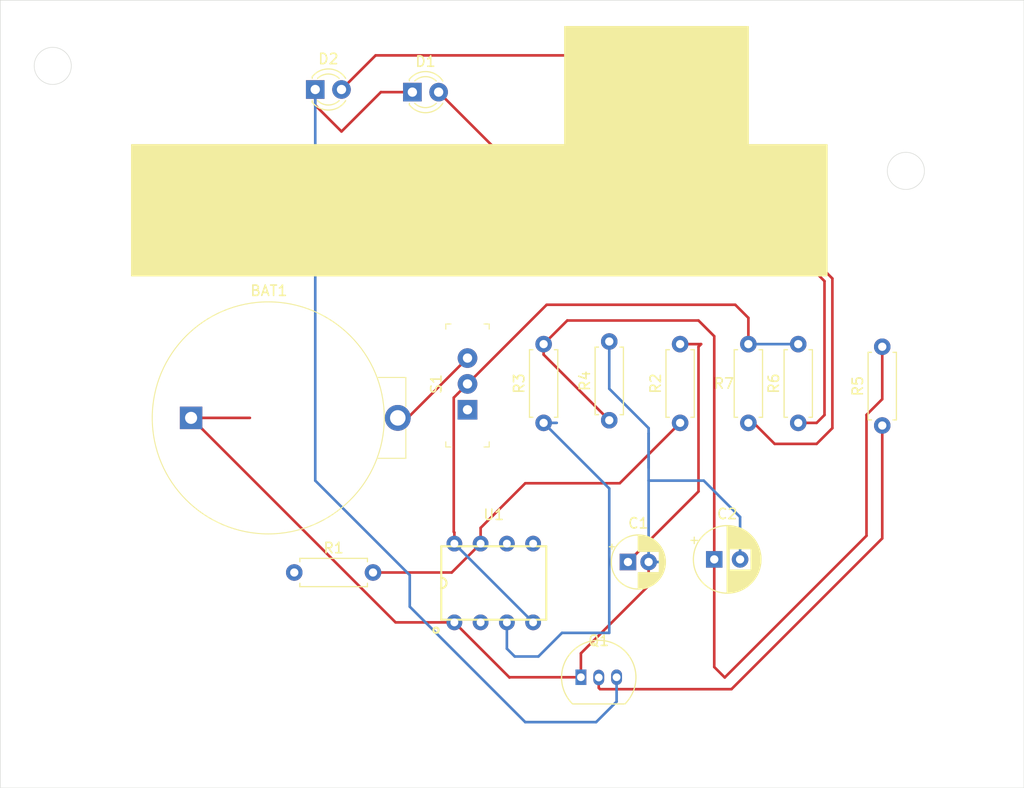
<source format=kicad_pcb>
(kicad_pcb (version 20171130) (host pcbnew 5.1.4+dfsg1-1)

  (general
    (thickness 1.6)
    (drawings 9)
    (tracks 94)
    (zones 0)
    (modules 15)
    (nets 17)
  )

  (page A4)
  (title_block
    (title "555 Badge")
    (date 2019-08-20)
    (rev v01)
    (company "Team Of Programmers, LLC.")
    (comment 2 creativecommons.org/licenses/by/4.0)
    (comment 3 "License: CC BY 4.0")
    (comment 4 "Author: Devon Dieffenbach (ShiftyBit)")
  )

  (layers
    (0 F.Cu signal)
    (31 B.Cu signal)
    (32 B.Adhes user hide)
    (33 F.Adhes user hide)
    (34 B.Paste user hide)
    (35 F.Paste user hide)
    (36 B.SilkS user hide)
    (37 F.SilkS user hide)
    (38 B.Mask user hide)
    (39 F.Mask user hide)
    (40 Dwgs.User user hide)
    (41 Cmts.User user hide)
    (42 Eco1.User user hide)
    (43 Eco2.User user hide)
    (44 Edge.Cuts user)
    (45 Margin user hide)
    (46 B.CrtYd user hide)
    (47 F.CrtYd user hide)
    (48 B.Fab user hide)
    (49 F.Fab user hide)
  )

  (setup
    (last_trace_width 0.254)
    (trace_clearance 0.254)
    (zone_clearance 0.508)
    (zone_45_only no)
    (trace_min 0.2)
    (via_size 0.762)
    (via_drill 0.381)
    (via_min_size 0.6858)
    (via_min_drill 0.3302)
    (uvia_size 0.6858)
    (uvia_drill 0.3302)
    (uvias_allowed no)
    (uvia_min_size 0.6858)
    (uvia_min_drill 0.3302)
    (edge_width 0.05)
    (segment_width 0.2)
    (pcb_text_width 0.3)
    (pcb_text_size 1.5 1.5)
    (mod_edge_width 0.12)
    (mod_text_size 1 1)
    (mod_text_width 0.15)
    (pad_size 1.524 1.524)
    (pad_drill 0.762)
    (pad_to_mask_clearance 0.051)
    (solder_mask_min_width 0.25)
    (aux_axis_origin 0 0)
    (visible_elements FFFFFF7F)
    (pcbplotparams
      (layerselection 0x010f0_ffffffff)
      (usegerberextensions true)
      (usegerberattributes false)
      (usegerberadvancedattributes false)
      (creategerberjobfile false)
      (excludeedgelayer true)
      (linewidth 0.100000)
      (plotframeref false)
      (viasonmask false)
      (mode 1)
      (useauxorigin false)
      (hpglpennumber 1)
      (hpglpenspeed 20)
      (hpglpendiameter 15.000000)
      (psnegative false)
      (psa4output false)
      (plotreference true)
      (plotvalue true)
      (plotinvisibletext false)
      (padsonsilk false)
      (subtractmaskfromsilk false)
      (outputformat 1)
      (mirror false)
      (drillshape 0)
      (scaleselection 1)
      (outputdirectory "drills"))
  )

  (net 0 "")
  (net 1 GND)
  (net 2 "Net-(BAT1-PadPos)")
  (net 3 "Net-(C1-Pad1)")
  (net 4 "Net-(C2-Pad1)")
  (net 5 "Net-(D1-Pad1)")
  (net 6 "Net-(D1-Pad2)")
  (net 7 "Net-(D2-Pad2)")
  (net 8 "Net-(Q1-Pad2)")
  (net 9 "Net-(R1-Pad1)")
  (net 10 "Net-(R1-Pad2)")
  (net 11 "Net-(R3-Pad1)")
  (net 12 VCC)
  (net 13 "Net-(S1-Pad1)")
  (net 14 "Net-(U1-Pad2)")
  (net 15 "Net-(U1-Pad5)")
  (net 16 "Net-(U1-Pad6)")

  (net_class Default "This is the default net class."
    (clearance 0.254)
    (trace_width 0.254)
    (via_dia 0.762)
    (via_drill 0.381)
    (uvia_dia 0.6858)
    (uvia_drill 0.3302)
    (add_net GND)
    (add_net "Net-(BAT1-PadPos)")
    (add_net "Net-(C1-Pad1)")
    (add_net "Net-(C2-Pad1)")
    (add_net "Net-(D1-Pad1)")
    (add_net "Net-(D1-Pad2)")
    (add_net "Net-(D2-Pad2)")
    (add_net "Net-(Q1-Pad2)")
    (add_net "Net-(R1-Pad1)")
    (add_net "Net-(R1-Pad2)")
    (add_net "Net-(R3-Pad1)")
    (add_net "Net-(S1-Pad1)")
    (add_net "Net-(U1-Pad2)")
    (add_net "Net-(U1-Pad5)")
    (add_net "Net-(U1-Pad6)")
    (add_net VCC)
  )

  (module hello_world:TO-92_Inline_fixed (layer F.Cu) (tedit 5D67E6E2) (tstamp 5D5CB998)
    (at 168.402 130.302)
    (descr "TO-92 leads in-line, narrow, oval pads, drill 0.75mm (see NXP sot054_po.pdf)")
    (tags "to-92 sc-43 sc-43a sot54 PA33 transistor")
    (path /5D5A4575)
    (fp_text reference Q1 (at 1.27 -3.56) (layer F.SilkS)
      (effects (font (size 1 1) (thickness 0.15)))
    )
    (fp_text value 2N3904 (at 1.27 2.79) (layer F.Fab)
      (effects (font (size 1 1) (thickness 0.15)))
    )
    (fp_text user %R (at 1.27 -3.56) (layer F.Fab)
      (effects (font (size 1 1) (thickness 0.15)))
    )
    (fp_line (start -1.24 2.56) (end 3.8 2.56) (layer F.SilkS) (width 0.12))
    (fp_line (start -1.19 2.46) (end 3.7 2.46) (layer F.Fab) (width 0.1))
    (fp_line (start -1.46 -2.73) (end 4 -2.73) (layer F.CrtYd) (width 0.05))
    (fp_line (start -1.46 -2.73) (end -1.46 2.01) (layer F.CrtYd) (width 0.05))
    (fp_line (start 4 2.01) (end 4 -2.73) (layer F.CrtYd) (width 0.05))
    (fp_line (start 4 2.01) (end -1.46 2.01) (layer F.CrtYd) (width 0.05))
    (fp_arc (start 1.27 0) (end 1.27 -3.48) (angle 135) (layer F.Fab) (width 0.1))
    (fp_arc (start 1.27 0) (end 1.27 -3.6) (angle -135) (layer F.SilkS) (width 0.12))
    (fp_arc (start 1.27 0) (end 1.27 -3.48) (angle -135) (layer F.Fab) (width 0.1))
    (fp_arc (start 1.27 0) (end 1.27 -3.6) (angle 135) (layer F.SilkS) (width 0.12))
    (pad 2 thru_hole oval (at 1.27 0) (size 1.05 1.5) (drill 0.75) (layers *.Cu *.Mask)
      (net 8 "Net-(Q1-Pad2)"))
    (pad 3 thru_hole oval (at 2.9972 -0.0254) (size 1.05 1.5) (drill 0.75) (layers *.Cu *.Mask)
      (net 5 "Net-(D1-Pad1)"))
    (pad 1 thru_hole rect (at -0.4572 -0.0254) (size 1.05 1.5) (drill 0.75) (layers *.Cu *.Mask)
      (net 1 GND))
    (model ${KISYS3DMOD}/Package_TO_SOT_THT.3dshapes/TO-92_Inline.wrl
      (at (xyz 0 0 0))
      (scale (xyz 1 1 1))
      (rotate (xyz 0 0 0))
    )
  )

  (module digikey-footprints:Battery_Holder_Coin_2032_BS-7 (layer F.Cu) (tedit 5ACD0859) (tstamp 5D5CA8BF)
    (at 130.225401 105.181001)
    (descr http://www.memoryprotectiondevices.com/datasheets/BS-7-datasheet.pdf)
    (path /5D5A9651)
    (fp_text reference BAT1 (at 7.52856 -12.3063) (layer F.SilkS)
      (effects (font (size 1 1) (thickness 0.15)))
    )
    (fp_text value BS-7 (at 7.4676 13.56) (layer F.Fab)
      (effects (font (size 1 1) (thickness 0.15)))
    )
    (fp_circle (center 7.4676 0) (end -3.7084 0) (layer F.Fab) (width 0.1))
    (fp_circle (center 7.4676 0) (end -3.7592 0) (layer F.SilkS) (width 0.1))
    (fp_text user %R (at 7.4676 0) (layer F.Fab)
      (effects (font (size 1 1) (thickness 0.15)))
    )
    (fp_line (start 17.9832 -3.81) (end 20.6756 -3.81) (layer F.Fab) (width 0.1))
    (fp_line (start 17.9832 3.81) (end 20.6756 3.81) (layer F.Fab) (width 0.1))
    (fp_line (start 20.6756 -3.81) (end 20.6756 3.81) (layer F.Fab) (width 0.1))
    (fp_line (start 18.034 -3.9116) (end 20.7772 -3.9116) (layer F.SilkS) (width 0.1))
    (fp_line (start 18.034 3.9116) (end 20.7772 3.9116) (layer F.SilkS) (width 0.1))
    (fp_line (start 20.7772 -3.9116) (end 20.7772 -1.0668) (layer F.SilkS) (width 0.1))
    (fp_line (start 20.7772 3.9116) (end 20.7772 1.0668) (layer F.SilkS) (width 0.1))
    (fp_line (start -3.9624 -11.43) (end -3.9624 11.43) (layer F.CrtYd) (width 0.05))
    (fp_line (start 21.5138 -11.43) (end 21.5138 11.43) (layer F.CrtYd) (width 0.05))
    (fp_line (start -3.9624 -11.43) (end 21.5138 -11.43) (layer F.CrtYd) (width 0.05))
    (fp_line (start -3.9624 11.43) (end 21.5138 11.43) (layer F.CrtYd) (width 0.05))
    (pad Pos thru_hole circle (at 20 0) (size 2.5 2.5) (drill 1.5) (layers *.Cu *.Mask)
      (net 2 "Net-(BAT1-PadPos)"))
    (pad Neg thru_hole rect (at 0 0) (size 2.17 2.17) (drill 1.17) (layers *.Cu *.Mask)
      (net 1 GND))
  )

  (module Capacitor_THT:CP_Radial_D5.0mm_P2.00mm (layer F.Cu) (tedit 5AE50EF0) (tstamp 5D5CA942)
    (at 172.498 119.126)
    (descr "CP, Radial series, Radial, pin pitch=2.00mm, , diameter=5mm, Electrolytic Capacitor")
    (tags "CP Radial series Radial pin pitch 2.00mm  diameter 5mm Electrolytic Capacitor")
    (path /5D59EEA1)
    (fp_text reference C1 (at 1 -3.75) (layer F.SilkS)
      (effects (font (size 1 1) (thickness 0.15)))
    )
    (fp_text value 10uF (at 1 3.75) (layer F.Fab)
      (effects (font (size 1 1) (thickness 0.15)))
    )
    (fp_text user %R (at 1 0) (layer F.Fab)
      (effects (font (size 1 1) (thickness 0.15)))
    )
    (fp_line (start -1.554775 -1.725) (end -1.554775 -1.225) (layer F.SilkS) (width 0.12))
    (fp_line (start -1.804775 -1.475) (end -1.304775 -1.475) (layer F.SilkS) (width 0.12))
    (fp_line (start 3.601 -0.284) (end 3.601 0.284) (layer F.SilkS) (width 0.12))
    (fp_line (start 3.561 -0.518) (end 3.561 0.518) (layer F.SilkS) (width 0.12))
    (fp_line (start 3.521 -0.677) (end 3.521 0.677) (layer F.SilkS) (width 0.12))
    (fp_line (start 3.481 -0.805) (end 3.481 0.805) (layer F.SilkS) (width 0.12))
    (fp_line (start 3.441 -0.915) (end 3.441 0.915) (layer F.SilkS) (width 0.12))
    (fp_line (start 3.401 -1.011) (end 3.401 1.011) (layer F.SilkS) (width 0.12))
    (fp_line (start 3.361 -1.098) (end 3.361 1.098) (layer F.SilkS) (width 0.12))
    (fp_line (start 3.321 -1.178) (end 3.321 1.178) (layer F.SilkS) (width 0.12))
    (fp_line (start 3.281 -1.251) (end 3.281 1.251) (layer F.SilkS) (width 0.12))
    (fp_line (start 3.241 -1.319) (end 3.241 1.319) (layer F.SilkS) (width 0.12))
    (fp_line (start 3.201 -1.383) (end 3.201 1.383) (layer F.SilkS) (width 0.12))
    (fp_line (start 3.161 -1.443) (end 3.161 1.443) (layer F.SilkS) (width 0.12))
    (fp_line (start 3.121 -1.5) (end 3.121 1.5) (layer F.SilkS) (width 0.12))
    (fp_line (start 3.081 -1.554) (end 3.081 1.554) (layer F.SilkS) (width 0.12))
    (fp_line (start 3.041 -1.605) (end 3.041 1.605) (layer F.SilkS) (width 0.12))
    (fp_line (start 3.001 1.04) (end 3.001 1.653) (layer F.SilkS) (width 0.12))
    (fp_line (start 3.001 -1.653) (end 3.001 -1.04) (layer F.SilkS) (width 0.12))
    (fp_line (start 2.961 1.04) (end 2.961 1.699) (layer F.SilkS) (width 0.12))
    (fp_line (start 2.961 -1.699) (end 2.961 -1.04) (layer F.SilkS) (width 0.12))
    (fp_line (start 2.921 1.04) (end 2.921 1.743) (layer F.SilkS) (width 0.12))
    (fp_line (start 2.921 -1.743) (end 2.921 -1.04) (layer F.SilkS) (width 0.12))
    (fp_line (start 2.881 1.04) (end 2.881 1.785) (layer F.SilkS) (width 0.12))
    (fp_line (start 2.881 -1.785) (end 2.881 -1.04) (layer F.SilkS) (width 0.12))
    (fp_line (start 2.841 1.04) (end 2.841 1.826) (layer F.SilkS) (width 0.12))
    (fp_line (start 2.841 -1.826) (end 2.841 -1.04) (layer F.SilkS) (width 0.12))
    (fp_line (start 2.801 1.04) (end 2.801 1.864) (layer F.SilkS) (width 0.12))
    (fp_line (start 2.801 -1.864) (end 2.801 -1.04) (layer F.SilkS) (width 0.12))
    (fp_line (start 2.761 1.04) (end 2.761 1.901) (layer F.SilkS) (width 0.12))
    (fp_line (start 2.761 -1.901) (end 2.761 -1.04) (layer F.SilkS) (width 0.12))
    (fp_line (start 2.721 1.04) (end 2.721 1.937) (layer F.SilkS) (width 0.12))
    (fp_line (start 2.721 -1.937) (end 2.721 -1.04) (layer F.SilkS) (width 0.12))
    (fp_line (start 2.681 1.04) (end 2.681 1.971) (layer F.SilkS) (width 0.12))
    (fp_line (start 2.681 -1.971) (end 2.681 -1.04) (layer F.SilkS) (width 0.12))
    (fp_line (start 2.641 1.04) (end 2.641 2.004) (layer F.SilkS) (width 0.12))
    (fp_line (start 2.641 -2.004) (end 2.641 -1.04) (layer F.SilkS) (width 0.12))
    (fp_line (start 2.601 1.04) (end 2.601 2.035) (layer F.SilkS) (width 0.12))
    (fp_line (start 2.601 -2.035) (end 2.601 -1.04) (layer F.SilkS) (width 0.12))
    (fp_line (start 2.561 1.04) (end 2.561 2.065) (layer F.SilkS) (width 0.12))
    (fp_line (start 2.561 -2.065) (end 2.561 -1.04) (layer F.SilkS) (width 0.12))
    (fp_line (start 2.521 1.04) (end 2.521 2.095) (layer F.SilkS) (width 0.12))
    (fp_line (start 2.521 -2.095) (end 2.521 -1.04) (layer F.SilkS) (width 0.12))
    (fp_line (start 2.481 1.04) (end 2.481 2.122) (layer F.SilkS) (width 0.12))
    (fp_line (start 2.481 -2.122) (end 2.481 -1.04) (layer F.SilkS) (width 0.12))
    (fp_line (start 2.441 1.04) (end 2.441 2.149) (layer F.SilkS) (width 0.12))
    (fp_line (start 2.441 -2.149) (end 2.441 -1.04) (layer F.SilkS) (width 0.12))
    (fp_line (start 2.401 1.04) (end 2.401 2.175) (layer F.SilkS) (width 0.12))
    (fp_line (start 2.401 -2.175) (end 2.401 -1.04) (layer F.SilkS) (width 0.12))
    (fp_line (start 2.361 1.04) (end 2.361 2.2) (layer F.SilkS) (width 0.12))
    (fp_line (start 2.361 -2.2) (end 2.361 -1.04) (layer F.SilkS) (width 0.12))
    (fp_line (start 2.321 1.04) (end 2.321 2.224) (layer F.SilkS) (width 0.12))
    (fp_line (start 2.321 -2.224) (end 2.321 -1.04) (layer F.SilkS) (width 0.12))
    (fp_line (start 2.281 1.04) (end 2.281 2.247) (layer F.SilkS) (width 0.12))
    (fp_line (start 2.281 -2.247) (end 2.281 -1.04) (layer F.SilkS) (width 0.12))
    (fp_line (start 2.241 1.04) (end 2.241 2.268) (layer F.SilkS) (width 0.12))
    (fp_line (start 2.241 -2.268) (end 2.241 -1.04) (layer F.SilkS) (width 0.12))
    (fp_line (start 2.201 1.04) (end 2.201 2.29) (layer F.SilkS) (width 0.12))
    (fp_line (start 2.201 -2.29) (end 2.201 -1.04) (layer F.SilkS) (width 0.12))
    (fp_line (start 2.161 1.04) (end 2.161 2.31) (layer F.SilkS) (width 0.12))
    (fp_line (start 2.161 -2.31) (end 2.161 -1.04) (layer F.SilkS) (width 0.12))
    (fp_line (start 2.121 1.04) (end 2.121 2.329) (layer F.SilkS) (width 0.12))
    (fp_line (start 2.121 -2.329) (end 2.121 -1.04) (layer F.SilkS) (width 0.12))
    (fp_line (start 2.081 1.04) (end 2.081 2.348) (layer F.SilkS) (width 0.12))
    (fp_line (start 2.081 -2.348) (end 2.081 -1.04) (layer F.SilkS) (width 0.12))
    (fp_line (start 2.041 1.04) (end 2.041 2.365) (layer F.SilkS) (width 0.12))
    (fp_line (start 2.041 -2.365) (end 2.041 -1.04) (layer F.SilkS) (width 0.12))
    (fp_line (start 2.001 1.04) (end 2.001 2.382) (layer F.SilkS) (width 0.12))
    (fp_line (start 2.001 -2.382) (end 2.001 -1.04) (layer F.SilkS) (width 0.12))
    (fp_line (start 1.961 1.04) (end 1.961 2.398) (layer F.SilkS) (width 0.12))
    (fp_line (start 1.961 -2.398) (end 1.961 -1.04) (layer F.SilkS) (width 0.12))
    (fp_line (start 1.921 1.04) (end 1.921 2.414) (layer F.SilkS) (width 0.12))
    (fp_line (start 1.921 -2.414) (end 1.921 -1.04) (layer F.SilkS) (width 0.12))
    (fp_line (start 1.881 1.04) (end 1.881 2.428) (layer F.SilkS) (width 0.12))
    (fp_line (start 1.881 -2.428) (end 1.881 -1.04) (layer F.SilkS) (width 0.12))
    (fp_line (start 1.841 1.04) (end 1.841 2.442) (layer F.SilkS) (width 0.12))
    (fp_line (start 1.841 -2.442) (end 1.841 -1.04) (layer F.SilkS) (width 0.12))
    (fp_line (start 1.801 1.04) (end 1.801 2.455) (layer F.SilkS) (width 0.12))
    (fp_line (start 1.801 -2.455) (end 1.801 -1.04) (layer F.SilkS) (width 0.12))
    (fp_line (start 1.761 1.04) (end 1.761 2.468) (layer F.SilkS) (width 0.12))
    (fp_line (start 1.761 -2.468) (end 1.761 -1.04) (layer F.SilkS) (width 0.12))
    (fp_line (start 1.721 1.04) (end 1.721 2.48) (layer F.SilkS) (width 0.12))
    (fp_line (start 1.721 -2.48) (end 1.721 -1.04) (layer F.SilkS) (width 0.12))
    (fp_line (start 1.68 1.04) (end 1.68 2.491) (layer F.SilkS) (width 0.12))
    (fp_line (start 1.68 -2.491) (end 1.68 -1.04) (layer F.SilkS) (width 0.12))
    (fp_line (start 1.64 1.04) (end 1.64 2.501) (layer F.SilkS) (width 0.12))
    (fp_line (start 1.64 -2.501) (end 1.64 -1.04) (layer F.SilkS) (width 0.12))
    (fp_line (start 1.6 1.04) (end 1.6 2.511) (layer F.SilkS) (width 0.12))
    (fp_line (start 1.6 -2.511) (end 1.6 -1.04) (layer F.SilkS) (width 0.12))
    (fp_line (start 1.56 1.04) (end 1.56 2.52) (layer F.SilkS) (width 0.12))
    (fp_line (start 1.56 -2.52) (end 1.56 -1.04) (layer F.SilkS) (width 0.12))
    (fp_line (start 1.52 1.04) (end 1.52 2.528) (layer F.SilkS) (width 0.12))
    (fp_line (start 1.52 -2.528) (end 1.52 -1.04) (layer F.SilkS) (width 0.12))
    (fp_line (start 1.48 1.04) (end 1.48 2.536) (layer F.SilkS) (width 0.12))
    (fp_line (start 1.48 -2.536) (end 1.48 -1.04) (layer F.SilkS) (width 0.12))
    (fp_line (start 1.44 1.04) (end 1.44 2.543) (layer F.SilkS) (width 0.12))
    (fp_line (start 1.44 -2.543) (end 1.44 -1.04) (layer F.SilkS) (width 0.12))
    (fp_line (start 1.4 1.04) (end 1.4 2.55) (layer F.SilkS) (width 0.12))
    (fp_line (start 1.4 -2.55) (end 1.4 -1.04) (layer F.SilkS) (width 0.12))
    (fp_line (start 1.36 1.04) (end 1.36 2.556) (layer F.SilkS) (width 0.12))
    (fp_line (start 1.36 -2.556) (end 1.36 -1.04) (layer F.SilkS) (width 0.12))
    (fp_line (start 1.32 1.04) (end 1.32 2.561) (layer F.SilkS) (width 0.12))
    (fp_line (start 1.32 -2.561) (end 1.32 -1.04) (layer F.SilkS) (width 0.12))
    (fp_line (start 1.28 1.04) (end 1.28 2.565) (layer F.SilkS) (width 0.12))
    (fp_line (start 1.28 -2.565) (end 1.28 -1.04) (layer F.SilkS) (width 0.12))
    (fp_line (start 1.24 1.04) (end 1.24 2.569) (layer F.SilkS) (width 0.12))
    (fp_line (start 1.24 -2.569) (end 1.24 -1.04) (layer F.SilkS) (width 0.12))
    (fp_line (start 1.2 1.04) (end 1.2 2.573) (layer F.SilkS) (width 0.12))
    (fp_line (start 1.2 -2.573) (end 1.2 -1.04) (layer F.SilkS) (width 0.12))
    (fp_line (start 1.16 1.04) (end 1.16 2.576) (layer F.SilkS) (width 0.12))
    (fp_line (start 1.16 -2.576) (end 1.16 -1.04) (layer F.SilkS) (width 0.12))
    (fp_line (start 1.12 1.04) (end 1.12 2.578) (layer F.SilkS) (width 0.12))
    (fp_line (start 1.12 -2.578) (end 1.12 -1.04) (layer F.SilkS) (width 0.12))
    (fp_line (start 1.08 1.04) (end 1.08 2.579) (layer F.SilkS) (width 0.12))
    (fp_line (start 1.08 -2.579) (end 1.08 -1.04) (layer F.SilkS) (width 0.12))
    (fp_line (start 1.04 -2.58) (end 1.04 -1.04) (layer F.SilkS) (width 0.12))
    (fp_line (start 1.04 1.04) (end 1.04 2.58) (layer F.SilkS) (width 0.12))
    (fp_line (start 1 -2.58) (end 1 -1.04) (layer F.SilkS) (width 0.12))
    (fp_line (start 1 1.04) (end 1 2.58) (layer F.SilkS) (width 0.12))
    (fp_line (start -0.883605 -1.3375) (end -0.883605 -0.8375) (layer F.Fab) (width 0.1))
    (fp_line (start -1.133605 -1.0875) (end -0.633605 -1.0875) (layer F.Fab) (width 0.1))
    (fp_circle (center 1 0) (end 3.75 0) (layer F.CrtYd) (width 0.05))
    (fp_circle (center 1 0) (end 3.62 0) (layer F.SilkS) (width 0.12))
    (fp_circle (center 1 0) (end 3.5 0) (layer F.Fab) (width 0.1))
    (pad 2 thru_hole circle (at 2 0) (size 1.6 1.6) (drill 0.8) (layers *.Cu *.Mask)
      (net 1 GND))
    (pad 1 thru_hole rect (at 0 0) (size 1.6 1.6) (drill 0.8) (layers *.Cu *.Mask)
      (net 3 "Net-(C1-Pad1)"))
    (model ${KISYS3DMOD}/Capacitor_THT.3dshapes/CP_Radial_D5.0mm_P2.00mm.wrl
      (at (xyz 0 0 0))
      (scale (xyz 1 1 1))
      (rotate (xyz 0 0 0))
    )
  )

  (module Capacitor_THT:CP_Radial_D6.3mm_P2.50mm (layer F.Cu) (tedit 5AE50EF0) (tstamp 5D5CB413)
    (at 180.848 118.872)
    (descr "CP, Radial series, Radial, pin pitch=2.50mm, , diameter=6.3mm, Electrolytic Capacitor")
    (tags "CP Radial series Radial pin pitch 2.50mm  diameter 6.3mm Electrolytic Capacitor")
    (path /5D59FB65)
    (fp_text reference C2 (at 1.25 -4.4) (layer F.SilkS)
      (effects (font (size 1 1) (thickness 0.15)))
    )
    (fp_text value 100uF (at 1.25 4.4) (layer F.Fab)
      (effects (font (size 1 1) (thickness 0.15)))
    )
    (fp_text user %R (at 1.25 0) (layer F.Fab)
      (effects (font (size 1 1) (thickness 0.15)))
    )
    (fp_line (start -1.935241 -2.154) (end -1.935241 -1.524) (layer F.SilkS) (width 0.12))
    (fp_line (start -2.250241 -1.839) (end -1.620241 -1.839) (layer F.SilkS) (width 0.12))
    (fp_line (start 4.491 -0.402) (end 4.491 0.402) (layer F.SilkS) (width 0.12))
    (fp_line (start 4.451 -0.633) (end 4.451 0.633) (layer F.SilkS) (width 0.12))
    (fp_line (start 4.411 -0.802) (end 4.411 0.802) (layer F.SilkS) (width 0.12))
    (fp_line (start 4.371 -0.94) (end 4.371 0.94) (layer F.SilkS) (width 0.12))
    (fp_line (start 4.331 -1.059) (end 4.331 1.059) (layer F.SilkS) (width 0.12))
    (fp_line (start 4.291 -1.165) (end 4.291 1.165) (layer F.SilkS) (width 0.12))
    (fp_line (start 4.251 -1.262) (end 4.251 1.262) (layer F.SilkS) (width 0.12))
    (fp_line (start 4.211 -1.35) (end 4.211 1.35) (layer F.SilkS) (width 0.12))
    (fp_line (start 4.171 -1.432) (end 4.171 1.432) (layer F.SilkS) (width 0.12))
    (fp_line (start 4.131 -1.509) (end 4.131 1.509) (layer F.SilkS) (width 0.12))
    (fp_line (start 4.091 -1.581) (end 4.091 1.581) (layer F.SilkS) (width 0.12))
    (fp_line (start 4.051 -1.65) (end 4.051 1.65) (layer F.SilkS) (width 0.12))
    (fp_line (start 4.011 -1.714) (end 4.011 1.714) (layer F.SilkS) (width 0.12))
    (fp_line (start 3.971 -1.776) (end 3.971 1.776) (layer F.SilkS) (width 0.12))
    (fp_line (start 3.931 -1.834) (end 3.931 1.834) (layer F.SilkS) (width 0.12))
    (fp_line (start 3.891 -1.89) (end 3.891 1.89) (layer F.SilkS) (width 0.12))
    (fp_line (start 3.851 -1.944) (end 3.851 1.944) (layer F.SilkS) (width 0.12))
    (fp_line (start 3.811 -1.995) (end 3.811 1.995) (layer F.SilkS) (width 0.12))
    (fp_line (start 3.771 -2.044) (end 3.771 2.044) (layer F.SilkS) (width 0.12))
    (fp_line (start 3.731 -2.092) (end 3.731 2.092) (layer F.SilkS) (width 0.12))
    (fp_line (start 3.691 -2.137) (end 3.691 2.137) (layer F.SilkS) (width 0.12))
    (fp_line (start 3.651 -2.182) (end 3.651 2.182) (layer F.SilkS) (width 0.12))
    (fp_line (start 3.611 -2.224) (end 3.611 2.224) (layer F.SilkS) (width 0.12))
    (fp_line (start 3.571 -2.265) (end 3.571 2.265) (layer F.SilkS) (width 0.12))
    (fp_line (start 3.531 1.04) (end 3.531 2.305) (layer F.SilkS) (width 0.12))
    (fp_line (start 3.531 -2.305) (end 3.531 -1.04) (layer F.SilkS) (width 0.12))
    (fp_line (start 3.491 1.04) (end 3.491 2.343) (layer F.SilkS) (width 0.12))
    (fp_line (start 3.491 -2.343) (end 3.491 -1.04) (layer F.SilkS) (width 0.12))
    (fp_line (start 3.451 1.04) (end 3.451 2.38) (layer F.SilkS) (width 0.12))
    (fp_line (start 3.451 -2.38) (end 3.451 -1.04) (layer F.SilkS) (width 0.12))
    (fp_line (start 3.411 1.04) (end 3.411 2.416) (layer F.SilkS) (width 0.12))
    (fp_line (start 3.411 -2.416) (end 3.411 -1.04) (layer F.SilkS) (width 0.12))
    (fp_line (start 3.371 1.04) (end 3.371 2.45) (layer F.SilkS) (width 0.12))
    (fp_line (start 3.371 -2.45) (end 3.371 -1.04) (layer F.SilkS) (width 0.12))
    (fp_line (start 3.331 1.04) (end 3.331 2.484) (layer F.SilkS) (width 0.12))
    (fp_line (start 3.331 -2.484) (end 3.331 -1.04) (layer F.SilkS) (width 0.12))
    (fp_line (start 3.291 1.04) (end 3.291 2.516) (layer F.SilkS) (width 0.12))
    (fp_line (start 3.291 -2.516) (end 3.291 -1.04) (layer F.SilkS) (width 0.12))
    (fp_line (start 3.251 1.04) (end 3.251 2.548) (layer F.SilkS) (width 0.12))
    (fp_line (start 3.251 -2.548) (end 3.251 -1.04) (layer F.SilkS) (width 0.12))
    (fp_line (start 3.211 1.04) (end 3.211 2.578) (layer F.SilkS) (width 0.12))
    (fp_line (start 3.211 -2.578) (end 3.211 -1.04) (layer F.SilkS) (width 0.12))
    (fp_line (start 3.171 1.04) (end 3.171 2.607) (layer F.SilkS) (width 0.12))
    (fp_line (start 3.171 -2.607) (end 3.171 -1.04) (layer F.SilkS) (width 0.12))
    (fp_line (start 3.131 1.04) (end 3.131 2.636) (layer F.SilkS) (width 0.12))
    (fp_line (start 3.131 -2.636) (end 3.131 -1.04) (layer F.SilkS) (width 0.12))
    (fp_line (start 3.091 1.04) (end 3.091 2.664) (layer F.SilkS) (width 0.12))
    (fp_line (start 3.091 -2.664) (end 3.091 -1.04) (layer F.SilkS) (width 0.12))
    (fp_line (start 3.051 1.04) (end 3.051 2.69) (layer F.SilkS) (width 0.12))
    (fp_line (start 3.051 -2.69) (end 3.051 -1.04) (layer F.SilkS) (width 0.12))
    (fp_line (start 3.011 1.04) (end 3.011 2.716) (layer F.SilkS) (width 0.12))
    (fp_line (start 3.011 -2.716) (end 3.011 -1.04) (layer F.SilkS) (width 0.12))
    (fp_line (start 2.971 1.04) (end 2.971 2.742) (layer F.SilkS) (width 0.12))
    (fp_line (start 2.971 -2.742) (end 2.971 -1.04) (layer F.SilkS) (width 0.12))
    (fp_line (start 2.931 1.04) (end 2.931 2.766) (layer F.SilkS) (width 0.12))
    (fp_line (start 2.931 -2.766) (end 2.931 -1.04) (layer F.SilkS) (width 0.12))
    (fp_line (start 2.891 1.04) (end 2.891 2.79) (layer F.SilkS) (width 0.12))
    (fp_line (start 2.891 -2.79) (end 2.891 -1.04) (layer F.SilkS) (width 0.12))
    (fp_line (start 2.851 1.04) (end 2.851 2.812) (layer F.SilkS) (width 0.12))
    (fp_line (start 2.851 -2.812) (end 2.851 -1.04) (layer F.SilkS) (width 0.12))
    (fp_line (start 2.811 1.04) (end 2.811 2.834) (layer F.SilkS) (width 0.12))
    (fp_line (start 2.811 -2.834) (end 2.811 -1.04) (layer F.SilkS) (width 0.12))
    (fp_line (start 2.771 1.04) (end 2.771 2.856) (layer F.SilkS) (width 0.12))
    (fp_line (start 2.771 -2.856) (end 2.771 -1.04) (layer F.SilkS) (width 0.12))
    (fp_line (start 2.731 1.04) (end 2.731 2.876) (layer F.SilkS) (width 0.12))
    (fp_line (start 2.731 -2.876) (end 2.731 -1.04) (layer F.SilkS) (width 0.12))
    (fp_line (start 2.691 1.04) (end 2.691 2.896) (layer F.SilkS) (width 0.12))
    (fp_line (start 2.691 -2.896) (end 2.691 -1.04) (layer F.SilkS) (width 0.12))
    (fp_line (start 2.651 1.04) (end 2.651 2.916) (layer F.SilkS) (width 0.12))
    (fp_line (start 2.651 -2.916) (end 2.651 -1.04) (layer F.SilkS) (width 0.12))
    (fp_line (start 2.611 1.04) (end 2.611 2.934) (layer F.SilkS) (width 0.12))
    (fp_line (start 2.611 -2.934) (end 2.611 -1.04) (layer F.SilkS) (width 0.12))
    (fp_line (start 2.571 1.04) (end 2.571 2.952) (layer F.SilkS) (width 0.12))
    (fp_line (start 2.571 -2.952) (end 2.571 -1.04) (layer F.SilkS) (width 0.12))
    (fp_line (start 2.531 1.04) (end 2.531 2.97) (layer F.SilkS) (width 0.12))
    (fp_line (start 2.531 -2.97) (end 2.531 -1.04) (layer F.SilkS) (width 0.12))
    (fp_line (start 2.491 1.04) (end 2.491 2.986) (layer F.SilkS) (width 0.12))
    (fp_line (start 2.491 -2.986) (end 2.491 -1.04) (layer F.SilkS) (width 0.12))
    (fp_line (start 2.451 1.04) (end 2.451 3.002) (layer F.SilkS) (width 0.12))
    (fp_line (start 2.451 -3.002) (end 2.451 -1.04) (layer F.SilkS) (width 0.12))
    (fp_line (start 2.411 1.04) (end 2.411 3.018) (layer F.SilkS) (width 0.12))
    (fp_line (start 2.411 -3.018) (end 2.411 -1.04) (layer F.SilkS) (width 0.12))
    (fp_line (start 2.371 1.04) (end 2.371 3.033) (layer F.SilkS) (width 0.12))
    (fp_line (start 2.371 -3.033) (end 2.371 -1.04) (layer F.SilkS) (width 0.12))
    (fp_line (start 2.331 1.04) (end 2.331 3.047) (layer F.SilkS) (width 0.12))
    (fp_line (start 2.331 -3.047) (end 2.331 -1.04) (layer F.SilkS) (width 0.12))
    (fp_line (start 2.291 1.04) (end 2.291 3.061) (layer F.SilkS) (width 0.12))
    (fp_line (start 2.291 -3.061) (end 2.291 -1.04) (layer F.SilkS) (width 0.12))
    (fp_line (start 2.251 1.04) (end 2.251 3.074) (layer F.SilkS) (width 0.12))
    (fp_line (start 2.251 -3.074) (end 2.251 -1.04) (layer F.SilkS) (width 0.12))
    (fp_line (start 2.211 1.04) (end 2.211 3.086) (layer F.SilkS) (width 0.12))
    (fp_line (start 2.211 -3.086) (end 2.211 -1.04) (layer F.SilkS) (width 0.12))
    (fp_line (start 2.171 1.04) (end 2.171 3.098) (layer F.SilkS) (width 0.12))
    (fp_line (start 2.171 -3.098) (end 2.171 -1.04) (layer F.SilkS) (width 0.12))
    (fp_line (start 2.131 1.04) (end 2.131 3.11) (layer F.SilkS) (width 0.12))
    (fp_line (start 2.131 -3.11) (end 2.131 -1.04) (layer F.SilkS) (width 0.12))
    (fp_line (start 2.091 1.04) (end 2.091 3.121) (layer F.SilkS) (width 0.12))
    (fp_line (start 2.091 -3.121) (end 2.091 -1.04) (layer F.SilkS) (width 0.12))
    (fp_line (start 2.051 1.04) (end 2.051 3.131) (layer F.SilkS) (width 0.12))
    (fp_line (start 2.051 -3.131) (end 2.051 -1.04) (layer F.SilkS) (width 0.12))
    (fp_line (start 2.011 1.04) (end 2.011 3.141) (layer F.SilkS) (width 0.12))
    (fp_line (start 2.011 -3.141) (end 2.011 -1.04) (layer F.SilkS) (width 0.12))
    (fp_line (start 1.971 1.04) (end 1.971 3.15) (layer F.SilkS) (width 0.12))
    (fp_line (start 1.971 -3.15) (end 1.971 -1.04) (layer F.SilkS) (width 0.12))
    (fp_line (start 1.93 1.04) (end 1.93 3.159) (layer F.SilkS) (width 0.12))
    (fp_line (start 1.93 -3.159) (end 1.93 -1.04) (layer F.SilkS) (width 0.12))
    (fp_line (start 1.89 1.04) (end 1.89 3.167) (layer F.SilkS) (width 0.12))
    (fp_line (start 1.89 -3.167) (end 1.89 -1.04) (layer F.SilkS) (width 0.12))
    (fp_line (start 1.85 1.04) (end 1.85 3.175) (layer F.SilkS) (width 0.12))
    (fp_line (start 1.85 -3.175) (end 1.85 -1.04) (layer F.SilkS) (width 0.12))
    (fp_line (start 1.81 1.04) (end 1.81 3.182) (layer F.SilkS) (width 0.12))
    (fp_line (start 1.81 -3.182) (end 1.81 -1.04) (layer F.SilkS) (width 0.12))
    (fp_line (start 1.77 1.04) (end 1.77 3.189) (layer F.SilkS) (width 0.12))
    (fp_line (start 1.77 -3.189) (end 1.77 -1.04) (layer F.SilkS) (width 0.12))
    (fp_line (start 1.73 1.04) (end 1.73 3.195) (layer F.SilkS) (width 0.12))
    (fp_line (start 1.73 -3.195) (end 1.73 -1.04) (layer F.SilkS) (width 0.12))
    (fp_line (start 1.69 1.04) (end 1.69 3.201) (layer F.SilkS) (width 0.12))
    (fp_line (start 1.69 -3.201) (end 1.69 -1.04) (layer F.SilkS) (width 0.12))
    (fp_line (start 1.65 1.04) (end 1.65 3.206) (layer F.SilkS) (width 0.12))
    (fp_line (start 1.65 -3.206) (end 1.65 -1.04) (layer F.SilkS) (width 0.12))
    (fp_line (start 1.61 1.04) (end 1.61 3.211) (layer F.SilkS) (width 0.12))
    (fp_line (start 1.61 -3.211) (end 1.61 -1.04) (layer F.SilkS) (width 0.12))
    (fp_line (start 1.57 1.04) (end 1.57 3.215) (layer F.SilkS) (width 0.12))
    (fp_line (start 1.57 -3.215) (end 1.57 -1.04) (layer F.SilkS) (width 0.12))
    (fp_line (start 1.53 1.04) (end 1.53 3.218) (layer F.SilkS) (width 0.12))
    (fp_line (start 1.53 -3.218) (end 1.53 -1.04) (layer F.SilkS) (width 0.12))
    (fp_line (start 1.49 1.04) (end 1.49 3.222) (layer F.SilkS) (width 0.12))
    (fp_line (start 1.49 -3.222) (end 1.49 -1.04) (layer F.SilkS) (width 0.12))
    (fp_line (start 1.45 -3.224) (end 1.45 3.224) (layer F.SilkS) (width 0.12))
    (fp_line (start 1.41 -3.227) (end 1.41 3.227) (layer F.SilkS) (width 0.12))
    (fp_line (start 1.37 -3.228) (end 1.37 3.228) (layer F.SilkS) (width 0.12))
    (fp_line (start 1.33 -3.23) (end 1.33 3.23) (layer F.SilkS) (width 0.12))
    (fp_line (start 1.29 -3.23) (end 1.29 3.23) (layer F.SilkS) (width 0.12))
    (fp_line (start 1.25 -3.23) (end 1.25 3.23) (layer F.SilkS) (width 0.12))
    (fp_line (start -1.128972 -1.6885) (end -1.128972 -1.0585) (layer F.Fab) (width 0.1))
    (fp_line (start -1.443972 -1.3735) (end -0.813972 -1.3735) (layer F.Fab) (width 0.1))
    (fp_circle (center 1.25 0) (end 4.65 0) (layer F.CrtYd) (width 0.05))
    (fp_circle (center 1.25 0) (end 4.52 0) (layer F.SilkS) (width 0.12))
    (fp_circle (center 1.25 0) (end 4.4 0) (layer F.Fab) (width 0.1))
    (pad 2 thru_hole circle (at 2.5 0) (size 1.6 1.6) (drill 0.8) (layers *.Cu *.Mask)
      (net 1 GND))
    (pad 1 thru_hole rect (at 0 0) (size 1.6 1.6) (drill 0.8) (layers *.Cu *.Mask)
      (net 4 "Net-(C2-Pad1)"))
    (model ${KISYS3DMOD}/Capacitor_THT.3dshapes/CP_Radial_D6.3mm_P2.50mm.wrl
      (at (xyz 0 0 0))
      (scale (xyz 1 1 1))
      (rotate (xyz 0 0 0))
    )
  )

  (module LED_THT:LED_D3.0mm (layer F.Cu) (tedit 587A3A7B) (tstamp 5D5CA9E9)
    (at 151.638 73.66)
    (descr "LED, diameter 3.0mm, 2 pins")
    (tags "LED diameter 3.0mm 2 pins")
    (path /5D5A2782)
    (fp_text reference D1 (at 1.27 -2.96) (layer F.SilkS)
      (effects (font (size 1 1) (thickness 0.15)))
    )
    (fp_text value RED (at 1.27 2.96) (layer F.Fab)
      (effects (font (size 1 1) (thickness 0.15)))
    )
    (fp_line (start 3.7 -2.25) (end -1.15 -2.25) (layer F.CrtYd) (width 0.05))
    (fp_line (start 3.7 2.25) (end 3.7 -2.25) (layer F.CrtYd) (width 0.05))
    (fp_line (start -1.15 2.25) (end 3.7 2.25) (layer F.CrtYd) (width 0.05))
    (fp_line (start -1.15 -2.25) (end -1.15 2.25) (layer F.CrtYd) (width 0.05))
    (fp_line (start -0.29 1.08) (end -0.29 1.236) (layer F.SilkS) (width 0.12))
    (fp_line (start -0.29 -1.236) (end -0.29 -1.08) (layer F.SilkS) (width 0.12))
    (fp_line (start -0.23 -1.16619) (end -0.23 1.16619) (layer F.Fab) (width 0.1))
    (fp_circle (center 1.27 0) (end 2.77 0) (layer F.Fab) (width 0.1))
    (fp_arc (start 1.27 0) (end 0.229039 1.08) (angle -87.9) (layer F.SilkS) (width 0.12))
    (fp_arc (start 1.27 0) (end 0.229039 -1.08) (angle 87.9) (layer F.SilkS) (width 0.12))
    (fp_arc (start 1.27 0) (end -0.29 1.235516) (angle -108.8) (layer F.SilkS) (width 0.12))
    (fp_arc (start 1.27 0) (end -0.29 -1.235516) (angle 108.8) (layer F.SilkS) (width 0.12))
    (fp_arc (start 1.27 0) (end -0.23 -1.16619) (angle 284.3) (layer F.Fab) (width 0.1))
    (pad 2 thru_hole circle (at 2.54 0) (size 1.8 1.8) (drill 0.9) (layers *.Cu *.Mask)
      (net 6 "Net-(D1-Pad2)"))
    (pad 1 thru_hole rect (at 0 0) (size 1.8 1.8) (drill 0.9) (layers *.Cu *.Mask)
      (net 5 "Net-(D1-Pad1)"))
    (model ${KISYS3DMOD}/LED_THT.3dshapes/LED_D3.0mm.wrl
      (at (xyz 0 0 0))
      (scale (xyz 1 1 1))
      (rotate (xyz 0 0 0))
    )
  )

  (module LED_THT:LED_D3.0mm (layer F.Cu) (tedit 587A3A7B) (tstamp 5D5CA9FC)
    (at 142.24 73.406)
    (descr "LED, diameter 3.0mm, 2 pins")
    (tags "LED diameter 3.0mm 2 pins")
    (path /5D5A4000)
    (fp_text reference D2 (at 1.27 -2.96) (layer F.SilkS)
      (effects (font (size 1 1) (thickness 0.15)))
    )
    (fp_text value RED (at 1.27 2.96) (layer F.Fab)
      (effects (font (size 1 1) (thickness 0.15)))
    )
    (fp_line (start 3.7 -2.25) (end -1.15 -2.25) (layer F.CrtYd) (width 0.05))
    (fp_line (start 3.7 2.25) (end 3.7 -2.25) (layer F.CrtYd) (width 0.05))
    (fp_line (start -1.15 2.25) (end 3.7 2.25) (layer F.CrtYd) (width 0.05))
    (fp_line (start -1.15 -2.25) (end -1.15 2.25) (layer F.CrtYd) (width 0.05))
    (fp_line (start -0.29 1.08) (end -0.29 1.236) (layer F.SilkS) (width 0.12))
    (fp_line (start -0.29 -1.236) (end -0.29 -1.08) (layer F.SilkS) (width 0.12))
    (fp_line (start -0.23 -1.16619) (end -0.23 1.16619) (layer F.Fab) (width 0.1))
    (fp_circle (center 1.27 0) (end 2.77 0) (layer F.Fab) (width 0.1))
    (fp_arc (start 1.27 0) (end 0.229039 1.08) (angle -87.9) (layer F.SilkS) (width 0.12))
    (fp_arc (start 1.27 0) (end 0.229039 -1.08) (angle 87.9) (layer F.SilkS) (width 0.12))
    (fp_arc (start 1.27 0) (end -0.29 1.235516) (angle -108.8) (layer F.SilkS) (width 0.12))
    (fp_arc (start 1.27 0) (end -0.29 -1.235516) (angle 108.8) (layer F.SilkS) (width 0.12))
    (fp_arc (start 1.27 0) (end -0.23 -1.16619) (angle 284.3) (layer F.Fab) (width 0.1))
    (pad 2 thru_hole circle (at 2.54 0) (size 1.8 1.8) (drill 0.9) (layers *.Cu *.Mask)
      (net 7 "Net-(D2-Pad2)"))
    (pad 1 thru_hole rect (at 0 0) (size 1.8 1.8) (drill 0.9) (layers *.Cu *.Mask)
      (net 5 "Net-(D1-Pad1)"))
    (model ${KISYS3DMOD}/LED_THT.3dshapes/LED_D3.0mm.wrl
      (at (xyz 0 0 0))
      (scale (xyz 1 1 1))
      (rotate (xyz 0 0 0))
    )
  )

  (module Resistor_THT:R_Axial_DIN0207_L6.3mm_D2.5mm_P7.62mm_Horizontal (layer F.Cu) (tedit 5AE5139B) (tstamp 5D5CAA25)
    (at 140.208 120.142)
    (descr "Resistor, Axial_DIN0207 series, Axial, Horizontal, pin pitch=7.62mm, 0.25W = 1/4W, length*diameter=6.3*2.5mm^2, http://cdn-reichelt.de/documents/datenblatt/B400/1_4W%23YAG.pdf")
    (tags "Resistor Axial_DIN0207 series Axial Horizontal pin pitch 7.62mm 0.25W = 1/4W length 6.3mm diameter 2.5mm")
    (path /5D59A02A)
    (fp_text reference R1 (at 3.81 -2.37) (layer F.SilkS)
      (effects (font (size 1 1) (thickness 0.15)))
    )
    (fp_text value 22k (at 3.81 2.37) (layer F.Fab)
      (effects (font (size 1 1) (thickness 0.15)))
    )
    (fp_text user %R (at 3.81 0) (layer F.Fab)
      (effects (font (size 1 1) (thickness 0.15)))
    )
    (fp_line (start 8.67 -1.5) (end -1.05 -1.5) (layer F.CrtYd) (width 0.05))
    (fp_line (start 8.67 1.5) (end 8.67 -1.5) (layer F.CrtYd) (width 0.05))
    (fp_line (start -1.05 1.5) (end 8.67 1.5) (layer F.CrtYd) (width 0.05))
    (fp_line (start -1.05 -1.5) (end -1.05 1.5) (layer F.CrtYd) (width 0.05))
    (fp_line (start 7.08 1.37) (end 7.08 1.04) (layer F.SilkS) (width 0.12))
    (fp_line (start 0.54 1.37) (end 7.08 1.37) (layer F.SilkS) (width 0.12))
    (fp_line (start 0.54 1.04) (end 0.54 1.37) (layer F.SilkS) (width 0.12))
    (fp_line (start 7.08 -1.37) (end 7.08 -1.04) (layer F.SilkS) (width 0.12))
    (fp_line (start 0.54 -1.37) (end 7.08 -1.37) (layer F.SilkS) (width 0.12))
    (fp_line (start 0.54 -1.04) (end 0.54 -1.37) (layer F.SilkS) (width 0.12))
    (fp_line (start 7.62 0) (end 6.96 0) (layer F.Fab) (width 0.1))
    (fp_line (start 0 0) (end 0.66 0) (layer F.Fab) (width 0.1))
    (fp_line (start 6.96 -1.25) (end 0.66 -1.25) (layer F.Fab) (width 0.1))
    (fp_line (start 6.96 1.25) (end 6.96 -1.25) (layer F.Fab) (width 0.1))
    (fp_line (start 0.66 1.25) (end 6.96 1.25) (layer F.Fab) (width 0.1))
    (fp_line (start 0.66 -1.25) (end 0.66 1.25) (layer F.Fab) (width 0.1))
    (pad 2 thru_hole oval (at 7.62 0) (size 1.6 1.6) (drill 0.8) (layers *.Cu *.Mask)
      (net 10 "Net-(R1-Pad2)"))
    (pad 1 thru_hole circle (at 0 0) (size 1.6 1.6) (drill 0.8) (layers *.Cu *.Mask)
      (net 9 "Net-(R1-Pad1)"))
    (model ${KISYS3DMOD}/Resistor_THT.3dshapes/R_Axial_DIN0207_L6.3mm_D2.5mm_P7.62mm_Horizontal.wrl
      (at (xyz 0 0 0))
      (scale (xyz 1 1 1))
      (rotate (xyz 0 0 0))
    )
  )

  (module Resistor_THT:R_Axial_DIN0207_L6.3mm_D2.5mm_P7.62mm_Horizontal (layer F.Cu) (tedit 5AE5139B) (tstamp 5D5CCA98)
    (at 177.546 105.664 90)
    (descr "Resistor, Axial_DIN0207 series, Axial, Horizontal, pin pitch=7.62mm, 0.25W = 1/4W, length*diameter=6.3*2.5mm^2, http://cdn-reichelt.de/documents/datenblatt/B400/1_4W%23YAG.pdf")
    (tags "Resistor Axial_DIN0207 series Axial Horizontal pin pitch 7.62mm 0.25W = 1/4W length 6.3mm diameter 2.5mm")
    (path /5D59ACA6)
    (fp_text reference R2 (at 3.81 -2.37 90) (layer F.SilkS)
      (effects (font (size 1 1) (thickness 0.15)))
    )
    (fp_text value 330k (at 3.81 2.37 90) (layer F.Fab)
      (effects (font (size 1 1) (thickness 0.15)))
    )
    (fp_text user %R (at 3.81 0 90) (layer F.Fab)
      (effects (font (size 1 1) (thickness 0.15)))
    )
    (fp_line (start 8.67 -1.5) (end -1.05 -1.5) (layer F.CrtYd) (width 0.05))
    (fp_line (start 8.67 1.5) (end 8.67 -1.5) (layer F.CrtYd) (width 0.05))
    (fp_line (start -1.05 1.5) (end 8.67 1.5) (layer F.CrtYd) (width 0.05))
    (fp_line (start -1.05 -1.5) (end -1.05 1.5) (layer F.CrtYd) (width 0.05))
    (fp_line (start 7.08 1.37) (end 7.08 1.04) (layer F.SilkS) (width 0.12))
    (fp_line (start 0.54 1.37) (end 7.08 1.37) (layer F.SilkS) (width 0.12))
    (fp_line (start 0.54 1.04) (end 0.54 1.37) (layer F.SilkS) (width 0.12))
    (fp_line (start 7.08 -1.37) (end 7.08 -1.04) (layer F.SilkS) (width 0.12))
    (fp_line (start 0.54 -1.37) (end 7.08 -1.37) (layer F.SilkS) (width 0.12))
    (fp_line (start 0.54 -1.04) (end 0.54 -1.37) (layer F.SilkS) (width 0.12))
    (fp_line (start 7.62 0) (end 6.96 0) (layer F.Fab) (width 0.1))
    (fp_line (start 0 0) (end 0.66 0) (layer F.Fab) (width 0.1))
    (fp_line (start 6.96 -1.25) (end 0.66 -1.25) (layer F.Fab) (width 0.1))
    (fp_line (start 6.96 1.25) (end 6.96 -1.25) (layer F.Fab) (width 0.1))
    (fp_line (start 0.66 1.25) (end 6.96 1.25) (layer F.Fab) (width 0.1))
    (fp_line (start 0.66 -1.25) (end 0.66 1.25) (layer F.Fab) (width 0.1))
    (pad 2 thru_hole oval (at 7.62 0 90) (size 1.6 1.6) (drill 0.8) (layers *.Cu *.Mask)
      (net 3 "Net-(C1-Pad1)"))
    (pad 1 thru_hole circle (at 0 0 90) (size 1.6 1.6) (drill 0.8) (layers *.Cu *.Mask)
      (net 10 "Net-(R1-Pad2)"))
    (model ${KISYS3DMOD}/Resistor_THT.3dshapes/R_Axial_DIN0207_L6.3mm_D2.5mm_P7.62mm_Horizontal.wrl
      (at (xyz 0 0 0))
      (scale (xyz 1 1 1))
      (rotate (xyz 0 0 0))
    )
  )

  (module Resistor_THT:R_Axial_DIN0207_L6.3mm_D2.5mm_P7.62mm_Horizontal (layer F.Cu) (tedit 5AE5139B) (tstamp 5D5CC3F6)
    (at 164.338 105.664 90)
    (descr "Resistor, Axial_DIN0207 series, Axial, Horizontal, pin pitch=7.62mm, 0.25W = 1/4W, length*diameter=6.3*2.5mm^2, http://cdn-reichelt.de/documents/datenblatt/B400/1_4W%23YAG.pdf")
    (tags "Resistor Axial_DIN0207 series Axial Horizontal pin pitch 7.62mm 0.25W = 1/4W length 6.3mm diameter 2.5mm")
    (path /5D59B352)
    (fp_text reference R3 (at 3.81 -2.37 90) (layer F.SilkS)
      (effects (font (size 1 1) (thickness 0.15)))
    )
    (fp_text value 22k (at 3.81 2.37 90) (layer F.Fab)
      (effects (font (size 1 1) (thickness 0.15)))
    )
    (fp_text user %R (at 3.81 0 90) (layer F.Fab)
      (effects (font (size 1 1) (thickness 0.15)))
    )
    (fp_line (start 8.67 -1.5) (end -1.05 -1.5) (layer F.CrtYd) (width 0.05))
    (fp_line (start 8.67 1.5) (end 8.67 -1.5) (layer F.CrtYd) (width 0.05))
    (fp_line (start -1.05 1.5) (end 8.67 1.5) (layer F.CrtYd) (width 0.05))
    (fp_line (start -1.05 -1.5) (end -1.05 1.5) (layer F.CrtYd) (width 0.05))
    (fp_line (start 7.08 1.37) (end 7.08 1.04) (layer F.SilkS) (width 0.12))
    (fp_line (start 0.54 1.37) (end 7.08 1.37) (layer F.SilkS) (width 0.12))
    (fp_line (start 0.54 1.04) (end 0.54 1.37) (layer F.SilkS) (width 0.12))
    (fp_line (start 7.08 -1.37) (end 7.08 -1.04) (layer F.SilkS) (width 0.12))
    (fp_line (start 0.54 -1.37) (end 7.08 -1.37) (layer F.SilkS) (width 0.12))
    (fp_line (start 0.54 -1.04) (end 0.54 -1.37) (layer F.SilkS) (width 0.12))
    (fp_line (start 7.62 0) (end 6.96 0) (layer F.Fab) (width 0.1))
    (fp_line (start 0 0) (end 0.66 0) (layer F.Fab) (width 0.1))
    (fp_line (start 6.96 -1.25) (end 0.66 -1.25) (layer F.Fab) (width 0.1))
    (fp_line (start 6.96 1.25) (end 6.96 -1.25) (layer F.Fab) (width 0.1))
    (fp_line (start 0.66 1.25) (end 6.96 1.25) (layer F.Fab) (width 0.1))
    (fp_line (start 0.66 -1.25) (end 0.66 1.25) (layer F.Fab) (width 0.1))
    (pad 2 thru_hole oval (at 7.62 0 90) (size 1.6 1.6) (drill 0.8) (layers *.Cu *.Mask)
      (net 4 "Net-(C2-Pad1)"))
    (pad 1 thru_hole circle (at 0 0 90) (size 1.6 1.6) (drill 0.8) (layers *.Cu *.Mask)
      (net 11 "Net-(R3-Pad1)"))
    (model ${KISYS3DMOD}/Resistor_THT.3dshapes/R_Axial_DIN0207_L6.3mm_D2.5mm_P7.62mm_Horizontal.wrl
      (at (xyz 0 0 0))
      (scale (xyz 1 1 1))
      (rotate (xyz 0 0 0))
    )
  )

  (module Resistor_THT:R_Axial_DIN0207_L6.3mm_D2.5mm_P7.62mm_Horizontal (layer F.Cu) (tedit 5AE5139B) (tstamp 5D5CCC16)
    (at 170.688 105.41 90)
    (descr "Resistor, Axial_DIN0207 series, Axial, Horizontal, pin pitch=7.62mm, 0.25W = 1/4W, length*diameter=6.3*2.5mm^2, http://cdn-reichelt.de/documents/datenblatt/B400/1_4W%23YAG.pdf")
    (tags "Resistor Axial_DIN0207 series Axial Horizontal pin pitch 7.62mm 0.25W = 1/4W length 6.3mm diameter 2.5mm")
    (path /5D59C2E6)
    (fp_text reference R4 (at 3.81 -2.37 90) (layer F.SilkS)
      (effects (font (size 1 1) (thickness 0.15)))
    )
    (fp_text value 100k (at 3.81 2.37 90) (layer F.Fab)
      (effects (font (size 1 1) (thickness 0.15)))
    )
    (fp_text user %R (at 3.81 0 90) (layer F.Fab)
      (effects (font (size 1 1) (thickness 0.15)))
    )
    (fp_line (start 8.67 -1.5) (end -1.05 -1.5) (layer F.CrtYd) (width 0.05))
    (fp_line (start 8.67 1.5) (end 8.67 -1.5) (layer F.CrtYd) (width 0.05))
    (fp_line (start -1.05 1.5) (end 8.67 1.5) (layer F.CrtYd) (width 0.05))
    (fp_line (start -1.05 -1.5) (end -1.05 1.5) (layer F.CrtYd) (width 0.05))
    (fp_line (start 7.08 1.37) (end 7.08 1.04) (layer F.SilkS) (width 0.12))
    (fp_line (start 0.54 1.37) (end 7.08 1.37) (layer F.SilkS) (width 0.12))
    (fp_line (start 0.54 1.04) (end 0.54 1.37) (layer F.SilkS) (width 0.12))
    (fp_line (start 7.08 -1.37) (end 7.08 -1.04) (layer F.SilkS) (width 0.12))
    (fp_line (start 0.54 -1.37) (end 7.08 -1.37) (layer F.SilkS) (width 0.12))
    (fp_line (start 0.54 -1.04) (end 0.54 -1.37) (layer F.SilkS) (width 0.12))
    (fp_line (start 7.62 0) (end 6.96 0) (layer F.Fab) (width 0.1))
    (fp_line (start 0 0) (end 0.66 0) (layer F.Fab) (width 0.1))
    (fp_line (start 6.96 -1.25) (end 0.66 -1.25) (layer F.Fab) (width 0.1))
    (fp_line (start 6.96 1.25) (end 6.96 -1.25) (layer F.Fab) (width 0.1))
    (fp_line (start 0.66 1.25) (end 6.96 1.25) (layer F.Fab) (width 0.1))
    (fp_line (start 0.66 -1.25) (end 0.66 1.25) (layer F.Fab) (width 0.1))
    (pad 2 thru_hole oval (at 7.62 0 90) (size 1.6 1.6) (drill 0.8) (layers *.Cu *.Mask)
      (net 1 GND))
    (pad 1 thru_hole circle (at 0 0 90) (size 1.6 1.6) (drill 0.8) (layers *.Cu *.Mask)
      (net 4 "Net-(C2-Pad1)"))
    (model ${KISYS3DMOD}/Resistor_THT.3dshapes/R_Axial_DIN0207_L6.3mm_D2.5mm_P7.62mm_Horizontal.wrl
      (at (xyz 0 0 0))
      (scale (xyz 1 1 1))
      (rotate (xyz 0 0 0))
    )
  )

  (module Resistor_THT:R_Axial_DIN0207_L6.3mm_D2.5mm_P7.62mm_Horizontal (layer F.Cu) (tedit 5AE5139B) (tstamp 5D5CCA14)
    (at 197.104 105.918 90)
    (descr "Resistor, Axial_DIN0207 series, Axial, Horizontal, pin pitch=7.62mm, 0.25W = 1/4W, length*diameter=6.3*2.5mm^2, http://cdn-reichelt.de/documents/datenblatt/B400/1_4W%23YAG.pdf")
    (tags "Resistor Axial_DIN0207 series Axial Horizontal pin pitch 7.62mm 0.25W = 1/4W length 6.3mm diameter 2.5mm")
    (path /5D59C7A8)
    (fp_text reference R5 (at 3.81 -2.37 90) (layer F.SilkS)
      (effects (font (size 1 1) (thickness 0.15)))
    )
    (fp_text value 10k (at 3.81 2.37 90) (layer F.Fab)
      (effects (font (size 1 1) (thickness 0.15)))
    )
    (fp_text user %R (at 3.81 0 90) (layer F.Fab)
      (effects (font (size 1 1) (thickness 0.15)))
    )
    (fp_line (start 8.67 -1.5) (end -1.05 -1.5) (layer F.CrtYd) (width 0.05))
    (fp_line (start 8.67 1.5) (end 8.67 -1.5) (layer F.CrtYd) (width 0.05))
    (fp_line (start -1.05 1.5) (end 8.67 1.5) (layer F.CrtYd) (width 0.05))
    (fp_line (start -1.05 -1.5) (end -1.05 1.5) (layer F.CrtYd) (width 0.05))
    (fp_line (start 7.08 1.37) (end 7.08 1.04) (layer F.SilkS) (width 0.12))
    (fp_line (start 0.54 1.37) (end 7.08 1.37) (layer F.SilkS) (width 0.12))
    (fp_line (start 0.54 1.04) (end 0.54 1.37) (layer F.SilkS) (width 0.12))
    (fp_line (start 7.08 -1.37) (end 7.08 -1.04) (layer F.SilkS) (width 0.12))
    (fp_line (start 0.54 -1.37) (end 7.08 -1.37) (layer F.SilkS) (width 0.12))
    (fp_line (start 0.54 -1.04) (end 0.54 -1.37) (layer F.SilkS) (width 0.12))
    (fp_line (start 7.62 0) (end 6.96 0) (layer F.Fab) (width 0.1))
    (fp_line (start 0 0) (end 0.66 0) (layer F.Fab) (width 0.1))
    (fp_line (start 6.96 -1.25) (end 0.66 -1.25) (layer F.Fab) (width 0.1))
    (fp_line (start 6.96 1.25) (end 6.96 -1.25) (layer F.Fab) (width 0.1))
    (fp_line (start 0.66 1.25) (end 6.96 1.25) (layer F.Fab) (width 0.1))
    (fp_line (start 0.66 -1.25) (end 0.66 1.25) (layer F.Fab) (width 0.1))
    (pad 2 thru_hole oval (at 7.62 0 90) (size 1.6 1.6) (drill 0.8) (layers *.Cu *.Mask)
      (net 4 "Net-(C2-Pad1)"))
    (pad 1 thru_hole circle (at 0 0 90) (size 1.6 1.6) (drill 0.8) (layers *.Cu *.Mask)
      (net 8 "Net-(Q1-Pad2)"))
    (model ${KISYS3DMOD}/Resistor_THT.3dshapes/R_Axial_DIN0207_L6.3mm_D2.5mm_P7.62mm_Horizontal.wrl
      (at (xyz 0 0 0))
      (scale (xyz 1 1 1))
      (rotate (xyz 0 0 0))
    )
  )

  (module Resistor_THT:R_Axial_DIN0207_L6.3mm_D2.5mm_P7.62mm_Horizontal (layer F.Cu) (tedit 5AE5139B) (tstamp 5D5CC9D2)
    (at 188.976 105.664 90)
    (descr "Resistor, Axial_DIN0207 series, Axial, Horizontal, pin pitch=7.62mm, 0.25W = 1/4W, length*diameter=6.3*2.5mm^2, http://cdn-reichelt.de/documents/datenblatt/B400/1_4W%23YAG.pdf")
    (tags "Resistor Axial_DIN0207 series Axial Horizontal pin pitch 7.62mm 0.25W = 1/4W length 6.3mm diameter 2.5mm")
    (path /5D59E0C4)
    (fp_text reference R6 (at 3.81 -2.37 90) (layer F.SilkS)
      (effects (font (size 1 1) (thickness 0.15)))
    )
    (fp_text value 100 (at 3.81 2.37 90) (layer F.Fab)
      (effects (font (size 1 1) (thickness 0.15)))
    )
    (fp_text user %R (at 3.81 0 90) (layer F.Fab)
      (effects (font (size 1 1) (thickness 0.15)))
    )
    (fp_line (start 8.67 -1.5) (end -1.05 -1.5) (layer F.CrtYd) (width 0.05))
    (fp_line (start 8.67 1.5) (end 8.67 -1.5) (layer F.CrtYd) (width 0.05))
    (fp_line (start -1.05 1.5) (end 8.67 1.5) (layer F.CrtYd) (width 0.05))
    (fp_line (start -1.05 -1.5) (end -1.05 1.5) (layer F.CrtYd) (width 0.05))
    (fp_line (start 7.08 1.37) (end 7.08 1.04) (layer F.SilkS) (width 0.12))
    (fp_line (start 0.54 1.37) (end 7.08 1.37) (layer F.SilkS) (width 0.12))
    (fp_line (start 0.54 1.04) (end 0.54 1.37) (layer F.SilkS) (width 0.12))
    (fp_line (start 7.08 -1.37) (end 7.08 -1.04) (layer F.SilkS) (width 0.12))
    (fp_line (start 0.54 -1.37) (end 7.08 -1.37) (layer F.SilkS) (width 0.12))
    (fp_line (start 0.54 -1.04) (end 0.54 -1.37) (layer F.SilkS) (width 0.12))
    (fp_line (start 7.62 0) (end 6.96 0) (layer F.Fab) (width 0.1))
    (fp_line (start 0 0) (end 0.66 0) (layer F.Fab) (width 0.1))
    (fp_line (start 6.96 -1.25) (end 0.66 -1.25) (layer F.Fab) (width 0.1))
    (fp_line (start 6.96 1.25) (end 6.96 -1.25) (layer F.Fab) (width 0.1))
    (fp_line (start 0.66 1.25) (end 6.96 1.25) (layer F.Fab) (width 0.1))
    (fp_line (start 0.66 -1.25) (end 0.66 1.25) (layer F.Fab) (width 0.1))
    (pad 2 thru_hole oval (at 7.62 0 90) (size 1.6 1.6) (drill 0.8) (layers *.Cu *.Mask)
      (net 12 VCC))
    (pad 1 thru_hole circle (at 0 0 90) (size 1.6 1.6) (drill 0.8) (layers *.Cu *.Mask)
      (net 6 "Net-(D1-Pad2)"))
    (model ${KISYS3DMOD}/Resistor_THT.3dshapes/R_Axial_DIN0207_L6.3mm_D2.5mm_P7.62mm_Horizontal.wrl
      (at (xyz 0 0 0))
      (scale (xyz 1 1 1))
      (rotate (xyz 0 0 0))
    )
  )

  (module Resistor_THT:R_Axial_DIN0207_L6.3mm_D2.5mm_P7.62mm_Horizontal (layer F.Cu) (tedit 5AE5139B) (tstamp 5D5CC990)
    (at 184.15 105.664 90)
    (descr "Resistor, Axial_DIN0207 series, Axial, Horizontal, pin pitch=7.62mm, 0.25W = 1/4W, length*diameter=6.3*2.5mm^2, http://cdn-reichelt.de/documents/datenblatt/B400/1_4W%23YAG.pdf")
    (tags "Resistor Axial_DIN0207 series Axial Horizontal pin pitch 7.62mm 0.25W = 1/4W length 6.3mm diameter 2.5mm")
    (path /5D59E578)
    (fp_text reference R7 (at 3.81 -2.37) (layer F.SilkS)
      (effects (font (size 1 1) (thickness 0.15)))
    )
    (fp_text value 100 (at 3.81 2.37 90) (layer F.Fab)
      (effects (font (size 1 1) (thickness 0.15)))
    )
    (fp_text user %R (at 3.81 0 90) (layer F.Fab)
      (effects (font (size 1 1) (thickness 0.15)))
    )
    (fp_line (start 8.67 -1.5) (end -1.05 -1.5) (layer F.CrtYd) (width 0.05))
    (fp_line (start 8.67 1.5) (end 8.67 -1.5) (layer F.CrtYd) (width 0.05))
    (fp_line (start -1.05 1.5) (end 8.67 1.5) (layer F.CrtYd) (width 0.05))
    (fp_line (start -1.05 -1.5) (end -1.05 1.5) (layer F.CrtYd) (width 0.05))
    (fp_line (start 7.08 1.37) (end 7.08 1.04) (layer F.SilkS) (width 0.12))
    (fp_line (start 0.54 1.37) (end 7.08 1.37) (layer F.SilkS) (width 0.12))
    (fp_line (start 0.54 1.04) (end 0.54 1.37) (layer F.SilkS) (width 0.12))
    (fp_line (start 7.08 -1.37) (end 7.08 -1.04) (layer F.SilkS) (width 0.12))
    (fp_line (start 0.54 -1.37) (end 7.08 -1.37) (layer F.SilkS) (width 0.12))
    (fp_line (start 0.54 -1.04) (end 0.54 -1.37) (layer F.SilkS) (width 0.12))
    (fp_line (start 7.62 0) (end 6.96 0) (layer F.Fab) (width 0.1))
    (fp_line (start 0 0) (end 0.66 0) (layer F.Fab) (width 0.1))
    (fp_line (start 6.96 -1.25) (end 0.66 -1.25) (layer F.Fab) (width 0.1))
    (fp_line (start 6.96 1.25) (end 6.96 -1.25) (layer F.Fab) (width 0.1))
    (fp_line (start 0.66 1.25) (end 6.96 1.25) (layer F.Fab) (width 0.1))
    (fp_line (start 0.66 -1.25) (end 0.66 1.25) (layer F.Fab) (width 0.1))
    (pad 2 thru_hole oval (at 7.62 0 90) (size 1.6 1.6) (drill 0.8) (layers *.Cu *.Mask)
      (net 12 VCC))
    (pad 1 thru_hole circle (at 0 0 90) (size 1.6 1.6) (drill 0.8) (layers *.Cu *.Mask)
      (net 7 "Net-(D2-Pad2)"))
    (model ${KISYS3DMOD}/Resistor_THT.3dshapes/R_Axial_DIN0207_L6.3mm_D2.5mm_P7.62mm_Horizontal.wrl
      (at (xyz 0 0 0))
      (scale (xyz 1 1 1))
      (rotate (xyz 0 0 0))
    )
  )

  (module digikey-footprints:Switch_Slide_11.6x4mm_EG1218 (layer F.Cu) (tedit 5A1EC915) (tstamp 5D5CAAC7)
    (at 156.972 104.394 90)
    (descr http://spec_sheets.e-switch.com/specs/P040040.pdf)
    (path /5D5AC611)
    (fp_text reference S1 (at 2.49 -3.02 90) (layer F.SilkS)
      (effects (font (size 1 1) (thickness 0.15)))
    )
    (fp_text value EG1218 (at 2.11 3.14 90) (layer F.Fab)
      (effects (font (size 1 1) (thickness 0.15)))
    )
    (fp_line (start -3.42 -2) (end 8.18 -2) (layer F.Fab) (width 0.1))
    (fp_line (start -3.42 2) (end -3.42 -2) (layer F.Fab) (width 0.1))
    (fp_line (start 8.18 2) (end 8.18 -2) (layer F.Fab) (width 0.1))
    (fp_line (start -3.42 2) (end 8.18 2) (layer F.Fab) (width 0.1))
    (fp_line (start 8.3 -2.1) (end 7.8 -2.1) (layer F.SilkS) (width 0.1))
    (fp_line (start 8.3 -2.1) (end 8.3 -1.6) (layer F.SilkS) (width 0.1))
    (fp_line (start -3.6 -2.1) (end -3.6 -1.6) (layer F.SilkS) (width 0.1))
    (fp_line (start -3.6 -2.1) (end -3.1 -2.1) (layer F.SilkS) (width 0.1))
    (fp_line (start -3.6 2.1) (end -3.6 1.6) (layer F.SilkS) (width 0.1))
    (fp_line (start -3.6 2.1) (end -3.1 2.1) (layer F.SilkS) (width 0.1))
    (fp_line (start 8.3 2.1) (end 8.3 1.6) (layer F.SilkS) (width 0.1))
    (fp_line (start 8.3 2.1) (end 7.8 2.1) (layer F.SilkS) (width 0.1))
    (fp_line (start -3.67 -2.25) (end 8.43 -2.25) (layer F.CrtYd) (width 0.05))
    (fp_line (start 8.43 2.25) (end 8.43 -2.25) (layer F.CrtYd) (width 0.05))
    (fp_line (start -3.67 2.25) (end 8.43 2.25) (layer F.CrtYd) (width 0.05))
    (fp_line (start -3.67 2.25) (end -3.67 -2.25) (layer F.CrtYd) (width 0.05))
    (fp_text user %R (at 2.5 0 90) (layer F.Fab)
      (effects (font (size 1 1) (thickness 0.15)))
    )
    (pad 3 thru_hole circle (at 5 0 90) (size 1.9 1.9) (drill 0.9) (layers *.Cu *.Mask)
      (net 2 "Net-(BAT1-PadPos)"))
    (pad 2 thru_hole circle (at 2.5 0 90) (size 1.9 1.9) (drill 0.9) (layers *.Cu *.Mask)
      (net 12 VCC))
    (pad 1 thru_hole rect (at 0 0 90) (size 1.9 1.9) (drill 0.9) (layers *.Cu *.Mask)
      (net 13 "Net-(S1-Pad1)"))
  )

  (module hello_world:ICM7555-PDIP (layer F.Cu) (tedit 5D5B74FF) (tstamp 5D5CAADE)
    (at 159.512 121.158)
    (path /5D59993F)
    (fp_text reference U1 (at 0 -6.604) (layer F.SilkS)
      (effects (font (size 1 1) (thickness 0.15)))
    )
    (fp_text value 7555 (at -0.254 7.874) (layer F.Fab)
      (effects (font (size 1 1) (thickness 0.15)))
    )
    (fp_circle (center -5.588 4.572) (end -5.334 4.572) (layer F.SilkS) (width 0.2032))
    (fp_line (start 5.08 3.556) (end -5.08 3.556) (layer F.SilkS) (width 0.2032))
    (fp_line (start -5.08 -3.556) (end 5.08 -3.556) (layer F.SilkS) (width 0.2032))
    (fp_arc (start -5.08 0) (end -5.08 0.508) (angle -180) (layer F.SilkS) (width 0.2032))
    (fp_line (start 5.08 3.556) (end 5.08 -3.556) (layer F.SilkS) (width 0.2032))
    (fp_line (start -5.08 3.556) (end -5.08 -3.556) (layer F.SilkS) (width 0.2032))
    (fp_arc (start -5.08 0) (end -5.08 0.508) (angle -180) (layer F.Fab) (width 0.12))
    (fp_line (start -5.08 -3.556) (end 5.08 -3.556) (layer F.Fab) (width 0.1016))
    (fp_line (start -5.08 3.556) (end 5.08 3.556) (layer F.Fab) (width 0.1016))
    (fp_line (start -5.08 3.556) (end -5.08 -3.556) (layer F.Fab) (width 0.1016))
    (fp_line (start 5.08 3.556) (end 5.08 -3.556) (layer F.Fab) (width 0.1016))
    (pad 8 thru_hole circle (at -3.81 -3.81) (size 1.524 1.524) (drill 0.762) (layers *.Cu *.Mask)
      (net 12 VCC))
    (pad 7 thru_hole circle (at -1.27 -3.81) (size 1.524 1.524) (drill 0.762) (layers *.Cu *.Mask)
      (net 10 "Net-(R1-Pad2)"))
    (pad 6 thru_hole circle (at 1.27 -3.81) (size 1.524 1.524) (drill 0.762) (layers *.Cu *.Mask)
      (net 16 "Net-(U1-Pad6)"))
    (pad 5 thru_hole circle (at 3.81 -3.81) (size 1.524 1.524) (drill 0.762) (layers *.Cu *.Mask)
      (net 15 "Net-(U1-Pad5)"))
    (pad 4 thru_hole circle (at 3.81 3.81) (size 1.524 1.524) (drill 0.762) (layers *.Cu *.Mask)
      (net 12 VCC))
    (pad 3 thru_hole circle (at 1.27 3.81) (size 1.524 1.524) (drill 0.762) (layers *.Cu *.Mask)
      (net 11 "Net-(R3-Pad1)"))
    (pad 2 thru_hole circle (at -1.27 3.81) (size 1.524 1.524) (drill 0.762) (layers *.Cu *.Mask)
      (net 14 "Net-(U1-Pad2)"))
    (pad 1 thru_hole circle (at -3.81 3.81) (size 1.524 1.524) (drill 0.762) (layers *.Cu *.Mask)
      (net 1 GND))
  )

  (gr_circle (center 116.84 71.12) (end 118.11 72.39) (layer Edge.Cuts) (width 0.05))
  (gr_circle (center 199.39 81.28) (end 200.66 82.55) (layer Edge.Cuts) (width 0.05))
  (gr_poly (pts (xy 166.37 80.01) (xy 166.37 67.31) (xy 184.15 67.31) (xy 184.15 80.01) (xy 168.91 80.01)) (layer F.SilkS) (width 0.1))
  (gr_poly (pts (xy 124.46 78.74) (xy 191.77 78.74) (xy 191.77 91.44) (xy 124.46 91.44)) (layer F.SilkS) (width 0.1))
  (gr_line (start 111.76 66.04) (end 111.76 64.77) (layer Edge.Cuts) (width 0.05) (tstamp 5D5CBC77))
  (gr_line (start 111.76 140.97) (end 111.76 66.04) (layer Edge.Cuts) (width 0.05))
  (gr_line (start 210.82 140.97) (end 111.76 140.97) (layer Edge.Cuts) (width 0.05))
  (gr_line (start 210.82 64.77) (end 210.82 140.97) (layer Edge.Cuts) (width 0.05))
  (gr_line (start 111.76 64.77) (end 210.82 64.77) (layer Edge.Cuts) (width 0.05))

  (segment (start 161.036 130.302) (end 155.702 124.968) (width 0.254) (layer F.Cu) (net 1))
  (segment (start 135.915001 105.181001) (end 130.225401 105.181001) (width 0.254) (layer F.Cu) (net 1))
  (segment (start 150.0124 124.968) (end 130.225401 105.181001) (width 0.254) (layer F.Cu) (net 1))
  (segment (start 155.702 124.968) (end 150.0124 124.968) (width 0.254) (layer F.Cu) (net 1))
  (segment (start 170.688 97.79) (end 170.688 102.362) (width 0.254) (layer B.Cu) (net 1))
  (segment (start 170.688 102.362) (end 174.498 106.172) (width 0.254) (layer B.Cu) (net 1))
  (segment (start 174.498 119.126) (end 176.022 119.126) (width 0.254) (layer B.Cu) (net 1))
  (segment (start 174.498 106.68) (end 174.498 110.022) (width 0.254) (layer B.Cu) (net 1))
  (segment (start 174.498 106.172) (end 174.498 106.68) (width 0.254) (layer B.Cu) (net 1))
  (segment (start 161.0614 130.2766) (end 167.9448 130.2766) (width 0.254) (layer F.Cu) (net 1))
  (segment (start 161.036 130.302) (end 161.0614 130.2766) (width 0.254) (layer F.Cu) (net 1))
  (segment (start 167.9448 127.9652) (end 167.9448 130.2766) (width 0.254) (layer F.Cu) (net 1))
  (segment (start 174.498 119.126) (end 174.498 121.412) (width 0.254) (layer F.Cu) (net 1))
  (segment (start 174.498 121.412) (end 167.9448 127.9652) (width 0.254) (layer F.Cu) (net 1))
  (segment (start 174.498 111.252) (end 179.832 111.252) (width 0.254) (layer B.Cu) (net 1))
  (segment (start 174.498 111.252) (end 174.498 119.126) (width 0.254) (layer B.Cu) (net 1))
  (segment (start 174.498 106.68) (end 174.498 111.252) (width 0.254) (layer B.Cu) (net 1))
  (segment (start 183.348 114.768) (end 183.348 118.872) (width 0.254) (layer B.Cu) (net 1))
  (segment (start 179.832 111.252) (end 183.348 114.768) (width 0.254) (layer B.Cu) (net 1))
  (segment (start 151.184999 105.181001) (end 150.225401 105.181001) (width 0.254) (layer F.Cu) (net 2))
  (segment (start 156.972 99.394) (end 151.184999 105.181001) (width 0.254) (layer F.Cu) (net 2))
  (segment (start 177.546 98.044) (end 179.578 98.044) (width 0.254) (layer F.Cu) (net 3))
  (segment (start 179.578 98.044) (end 179.324 98.298) (width 0.254) (layer F.Cu) (net 3))
  (segment (start 179.324 112.3) (end 172.498 119.126) (width 0.254) (layer F.Cu) (net 3))
  (segment (start 179.324 98.298) (end 179.324 112.3) (width 0.254) (layer F.Cu) (net 3))
  (segment (start 172.498 119.126) (end 172.498 119.666) (width 0.254) (layer F.Cu) (net 3))
  (segment (start 197.104 103.368118) (end 195.58 104.892118) (width 0.254) (layer F.Cu) (net 4))
  (segment (start 197.104 98.298) (end 197.104 103.368118) (width 0.254) (layer F.Cu) (net 4))
  (segment (start 195.58 104.892118) (end 195.58 116.586) (width 0.254) (layer F.Cu) (net 4))
  (segment (start 195.58 116.586) (end 181.864 130.302) (width 0.254) (layer F.Cu) (net 4))
  (segment (start 180.848 129.286) (end 180.848 118.872) (width 0.254) (layer F.Cu) (net 4))
  (segment (start 181.864 130.302) (end 180.848 129.286) (width 0.254) (layer F.Cu) (net 4))
  (segment (start 180.848 118.872) (end 180.848 97.282) (width 0.254) (layer F.Cu) (net 4))
  (segment (start 180.848 97.282) (end 179.324 95.758) (width 0.254) (layer F.Cu) (net 4))
  (segment (start 166.624 95.758) (end 164.338 98.044) (width 0.254) (layer F.Cu) (net 4))
  (segment (start 179.324 95.758) (end 166.624 95.758) (width 0.254) (layer F.Cu) (net 4))
  (segment (start 164.338 99.06) (end 170.688 105.41) (width 0.254) (layer F.Cu) (net 4))
  (segment (start 164.338 98.044) (end 164.338 99.06) (width 0.254) (layer F.Cu) (net 4))
  (segment (start 142.24 73.406) (end 142.24 74.93) (width 0.254) (layer F.Cu) (net 5))
  (segment (start 142.24 74.93) (end 144.78 77.47) (width 0.254) (layer F.Cu) (net 5))
  (segment (start 148.59 73.66) (end 151.638 73.66) (width 0.254) (layer F.Cu) (net 5))
  (segment (start 144.78 77.47) (end 148.59 73.66) (width 0.254) (layer F.Cu) (net 5))
  (segment (start 142.24 73.406) (end 142.24 72.898) (width 0.254) (layer F.Cu) (net 5))
  (segment (start 171.3992 132.6388) (end 171.3992 130.2766) (width 0.254) (layer B.Cu) (net 5))
  (segment (start 142.24 111.252) (end 151.384 120.396) (width 0.254) (layer B.Cu) (net 5))
  (segment (start 142.24 73.406) (end 142.24 111.252) (width 0.254) (layer B.Cu) (net 5))
  (segment (start 151.384 120.396) (end 151.384 123.444) (width 0.254) (layer B.Cu) (net 5))
  (segment (start 169.418 134.62) (end 171.3992 132.6388) (width 0.254) (layer B.Cu) (net 5))
  (segment (start 151.384 123.444) (end 162.56 134.62) (width 0.254) (layer B.Cu) (net 5))
  (segment (start 162.56 134.62) (end 169.418 134.62) (width 0.254) (layer B.Cu) (net 5))
  (segment (start 188.976 105.664) (end 190.754 105.664) (width 0.254) (layer F.Cu) (net 6))
  (segment (start 190.754 105.664) (end 191.516 104.902) (width 0.254) (layer F.Cu) (net 6))
  (segment (start 191.516 104.902) (end 191.516 91.948) (width 0.254) (layer F.Cu) (net 6))
  (segment (start 191.516 91.948) (end 178.562 78.994) (width 0.254) (layer F.Cu) (net 6))
  (segment (start 159.512 78.994) (end 154.178 73.66) (width 0.254) (layer F.Cu) (net 6))
  (segment (start 178.562 78.994) (end 159.512 78.994) (width 0.254) (layer F.Cu) (net 6))
  (segment (start 184.15 105.664) (end 184.658 105.664) (width 0.254) (layer F.Cu) (net 7))
  (segment (start 184.658 105.664) (end 186.69 107.696) (width 0.254) (layer F.Cu) (net 7))
  (segment (start 186.69 107.696) (end 190.754 107.696) (width 0.254) (layer F.Cu) (net 7))
  (segment (start 190.754 107.696) (end 192.278 106.172) (width 0.254) (layer F.Cu) (net 7))
  (segment (start 192.278 106.172) (end 192.278 91.694) (width 0.254) (layer F.Cu) (net 7))
  (segment (start 192.278 91.694) (end 170.688 70.104) (width 0.254) (layer F.Cu) (net 7))
  (segment (start 148.082 70.104) (end 144.78 73.406) (width 0.254) (layer F.Cu) (net 7))
  (segment (start 170.688 70.104) (end 148.082 70.104) (width 0.254) (layer F.Cu) (net 7))
  (segment (start 197.104 105.918) (end 197.104 116.84) (width 0.254) (layer F.Cu) (net 8))
  (segment (start 169.672 131.306) (end 169.672 130.302) (width 0.254) (layer F.Cu) (net 8))
  (segment (start 169.79901 131.43301) (end 169.672 131.306) (width 0.254) (layer F.Cu) (net 8))
  (segment (start 197.104 116.84) (end 182.51099 131.43301) (width 0.254) (layer F.Cu) (net 8))
  (segment (start 182.51099 131.43301) (end 169.79901 131.43301) (width 0.254) (layer F.Cu) (net 8))
  (segment (start 155.448 120.142) (end 158.242 117.348) (width 0.254) (layer F.Cu) (net 10))
  (segment (start 147.828 120.142) (end 155.448 120.142) (width 0.254) (layer F.Cu) (net 10))
  (segment (start 158.242 117.348) (end 158.242 115.824) (width 0.254) (layer F.Cu) (net 10))
  (segment (start 158.242 115.824) (end 162.56 111.506) (width 0.254) (layer F.Cu) (net 10))
  (segment (start 171.704 111.506) (end 177.546 105.664) (width 0.254) (layer F.Cu) (net 10))
  (segment (start 162.56 111.506) (end 171.704 111.506) (width 0.254) (layer F.Cu) (net 10))
  (segment (start 164.338 105.664) (end 165.608 105.664) (width 0.254) (layer B.Cu) (net 11))
  (segment (start 164.338 105.664) (end 170.688 112.014) (width 0.254) (layer B.Cu) (net 11))
  (segment (start 170.688 112.014) (end 170.688 125.984) (width 0.254) (layer B.Cu) (net 11))
  (segment (start 170.688 125.984) (end 166.116 125.984) (width 0.254) (layer B.Cu) (net 11))
  (segment (start 166.116 125.984) (end 163.83 128.27) (width 0.254) (layer B.Cu) (net 11))
  (segment (start 163.83 128.27) (end 161.544 128.27) (width 0.254) (layer B.Cu) (net 11))
  (segment (start 160.782 127.508) (end 160.782 124.968) (width 0.254) (layer B.Cu) (net 11))
  (segment (start 161.544 128.27) (end 160.782 127.508) (width 0.254) (layer B.Cu) (net 11))
  (segment (start 184.15 98.044) (end 184.15 95.504) (width 0.254) (layer F.Cu) (net 12))
  (segment (start 184.15 95.504) (end 182.88 94.234) (width 0.254) (layer F.Cu) (net 12))
  (segment (start 164.632 94.234) (end 156.972 101.894) (width 0.254) (layer F.Cu) (net 12))
  (segment (start 182.88 94.234) (end 164.632 94.234) (width 0.254) (layer F.Cu) (net 12))
  (segment (start 156.022001 102.843999) (end 156.972 101.894) (width 0.254) (layer F.Cu) (net 12))
  (segment (start 155.640999 103.225001) (end 156.022001 102.843999) (width 0.254) (layer F.Cu) (net 12))
  (segment (start 155.640999 116.209369) (end 155.640999 103.225001) (width 0.254) (layer F.Cu) (net 12))
  (segment (start 155.702 116.27037) (end 155.640999 116.209369) (width 0.254) (layer F.Cu) (net 12))
  (segment (start 155.702 117.348) (end 155.702 116.27037) (width 0.254) (layer F.Cu) (net 12))
  (segment (start 163.322 124.968) (end 155.702 117.348) (width 0.254) (layer B.Cu) (net 12))
  (segment (start 184.15 98.044) (end 188.976 98.044) (width 0.254) (layer B.Cu) (net 12))

)

</source>
